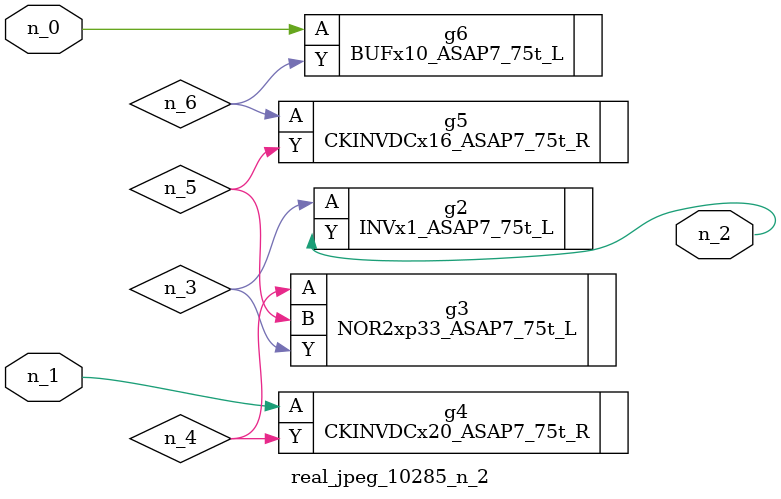
<source format=v>
module real_jpeg_10285_n_2 (n_1, n_0, n_2);

input n_1;
input n_0;

output n_2;

wire n_5;
wire n_4;
wire n_6;
wire n_3;

BUFx10_ASAP7_75t_L g6 ( 
.A(n_0),
.Y(n_6)
);

CKINVDCx20_ASAP7_75t_R g4 ( 
.A(n_1),
.Y(n_4)
);

INVx1_ASAP7_75t_L g2 ( 
.A(n_3),
.Y(n_2)
);

NOR2xp33_ASAP7_75t_L g3 ( 
.A(n_4),
.B(n_5),
.Y(n_3)
);

CKINVDCx16_ASAP7_75t_R g5 ( 
.A(n_6),
.Y(n_5)
);


endmodule
</source>
